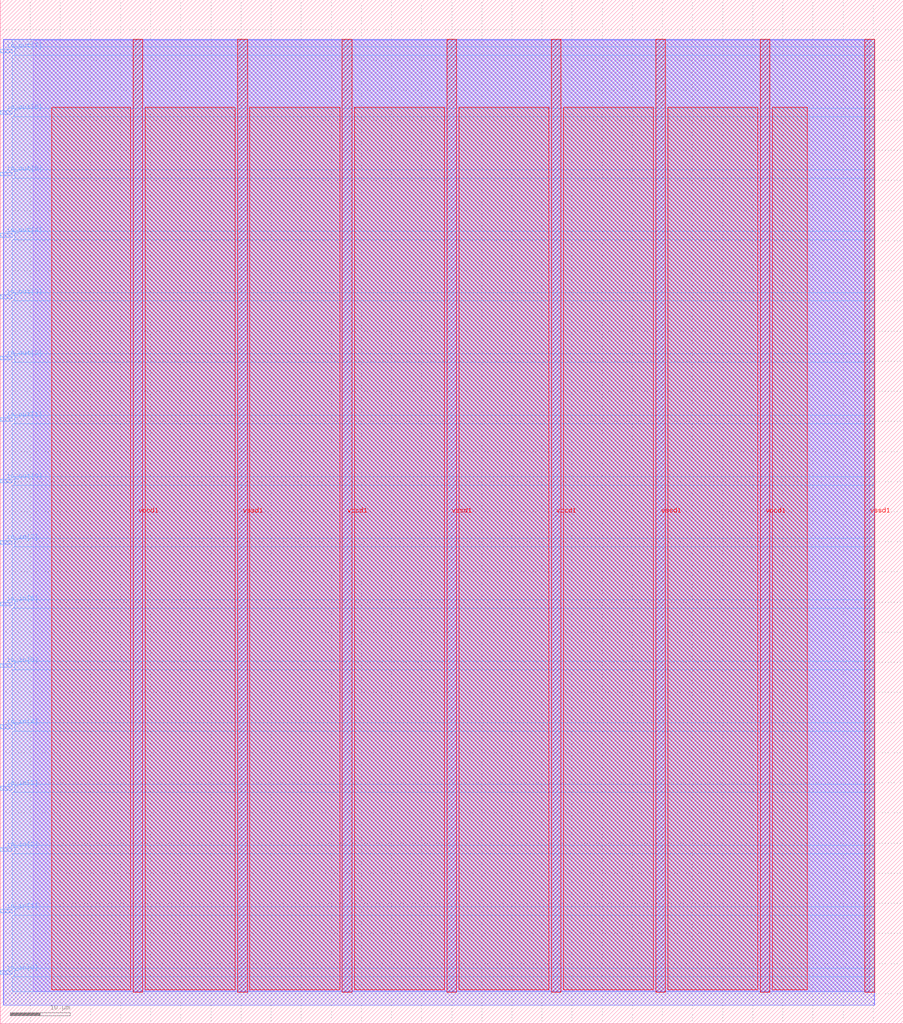
<source format=lef>
VERSION 5.7 ;
  NOWIREEXTENSIONATPIN ON ;
  DIVIDERCHAR "/" ;
  BUSBITCHARS "[]" ;
MACRO tiny_kinda_pic
  CLASS BLOCK ;
  FOREIGN tiny_kinda_pic ;
  ORIGIN 0.000 0.000 ;
  SIZE 150.000 BY 170.000 ;
  PIN io_in[0]
    DIRECTION INPUT ;
    USE SIGNAL ;
    PORT
      LAYER met3 ;
        RECT 0.000 8.200 2.000 8.800 ;
    END
  END io_in[0]
  PIN io_in[1]
    DIRECTION INPUT ;
    USE SIGNAL ;
    PORT
      LAYER met3 ;
        RECT 0.000 18.400 2.000 19.000 ;
    END
  END io_in[1]
  PIN io_in[2]
    DIRECTION INPUT ;
    USE SIGNAL ;
    PORT
      LAYER met3 ;
        RECT 0.000 28.600 2.000 29.200 ;
    END
  END io_in[2]
  PIN io_in[3]
    DIRECTION INPUT ;
    USE SIGNAL ;
    PORT
      LAYER met3 ;
        RECT 0.000 38.800 2.000 39.400 ;
    END
  END io_in[3]
  PIN io_in[4]
    DIRECTION INPUT ;
    USE SIGNAL ;
    PORT
      LAYER met3 ;
        RECT 0.000 49.000 2.000 49.600 ;
    END
  END io_in[4]
  PIN io_in[5]
    DIRECTION INPUT ;
    USE SIGNAL ;
    PORT
      LAYER met3 ;
        RECT 0.000 59.200 2.000 59.800 ;
    END
  END io_in[5]
  PIN io_in[6]
    DIRECTION INPUT ;
    USE SIGNAL ;
    PORT
      LAYER met3 ;
        RECT 0.000 69.400 2.000 70.000 ;
    END
  END io_in[6]
  PIN io_in[7]
    DIRECTION INPUT ;
    USE SIGNAL ;
    PORT
      LAYER met3 ;
        RECT 0.000 79.600 2.000 80.200 ;
    END
  END io_in[7]
  PIN io_out[0]
    DIRECTION OUTPUT TRISTATE ;
    USE SIGNAL ;
    PORT
      LAYER met3 ;
        RECT 0.000 89.800 2.000 90.400 ;
    END
  END io_out[0]
  PIN io_out[1]
    DIRECTION OUTPUT TRISTATE ;
    USE SIGNAL ;
    PORT
      LAYER met3 ;
        RECT 0.000 100.000 2.000 100.600 ;
    END
  END io_out[1]
  PIN io_out[2]
    DIRECTION OUTPUT TRISTATE ;
    USE SIGNAL ;
    PORT
      LAYER met3 ;
        RECT 0.000 110.200 2.000 110.800 ;
    END
  END io_out[2]
  PIN io_out[3]
    DIRECTION OUTPUT TRISTATE ;
    USE SIGNAL ;
    PORT
      LAYER met3 ;
        RECT 0.000 120.400 2.000 121.000 ;
    END
  END io_out[3]
  PIN io_out[4]
    DIRECTION OUTPUT TRISTATE ;
    USE SIGNAL ;
    PORT
      LAYER met3 ;
        RECT 0.000 130.600 2.000 131.200 ;
    END
  END io_out[4]
  PIN io_out[5]
    DIRECTION OUTPUT TRISTATE ;
    USE SIGNAL ;
    PORT
      LAYER met3 ;
        RECT 0.000 140.800 2.000 141.400 ;
    END
  END io_out[5]
  PIN io_out[6]
    DIRECTION OUTPUT TRISTATE ;
    USE SIGNAL ;
    PORT
      LAYER met3 ;
        RECT 0.000 151.000 2.000 151.600 ;
    END
  END io_out[6]
  PIN io_out[7]
    DIRECTION OUTPUT TRISTATE ;
    USE SIGNAL ;
    PORT
      LAYER met3 ;
        RECT 0.000 161.200 2.000 161.800 ;
    END
  END io_out[7]
  PIN vccd1
    DIRECTION INOUT ;
    USE POWER ;
    PORT
      LAYER met4 ;
        RECT 22.085 5.200 23.685 163.440 ;
    END
    PORT
      LAYER met4 ;
        RECT 56.815 5.200 58.415 163.440 ;
    END
    PORT
      LAYER met4 ;
        RECT 91.545 5.200 93.145 163.440 ;
    END
    PORT
      LAYER met4 ;
        RECT 126.275 5.200 127.875 163.440 ;
    END
  END vccd1
  PIN vssd1
    DIRECTION INOUT ;
    USE GROUND ;
    PORT
      LAYER met4 ;
        RECT 39.450 5.200 41.050 163.440 ;
    END
    PORT
      LAYER met4 ;
        RECT 74.180 5.200 75.780 163.440 ;
    END
    PORT
      LAYER met4 ;
        RECT 108.910 5.200 110.510 163.440 ;
    END
    PORT
      LAYER met4 ;
        RECT 143.640 5.200 145.240 163.440 ;
    END
  END vssd1
  OBS
      LAYER li1 ;
        RECT 5.520 5.355 144.440 163.285 ;
      LAYER met1 ;
        RECT 0.530 3.100 145.240 163.440 ;
      LAYER met2 ;
        RECT 0.560 3.070 145.210 163.385 ;
      LAYER met3 ;
        RECT 2.000 162.200 145.230 163.365 ;
        RECT 2.400 160.800 145.230 162.200 ;
        RECT 2.000 152.000 145.230 160.800 ;
        RECT 2.400 150.600 145.230 152.000 ;
        RECT 2.000 141.800 145.230 150.600 ;
        RECT 2.400 140.400 145.230 141.800 ;
        RECT 2.000 131.600 145.230 140.400 ;
        RECT 2.400 130.200 145.230 131.600 ;
        RECT 2.000 121.400 145.230 130.200 ;
        RECT 2.400 120.000 145.230 121.400 ;
        RECT 2.000 111.200 145.230 120.000 ;
        RECT 2.400 109.800 145.230 111.200 ;
        RECT 2.000 101.000 145.230 109.800 ;
        RECT 2.400 99.600 145.230 101.000 ;
        RECT 2.000 90.800 145.230 99.600 ;
        RECT 2.400 89.400 145.230 90.800 ;
        RECT 2.000 80.600 145.230 89.400 ;
        RECT 2.400 79.200 145.230 80.600 ;
        RECT 2.000 70.400 145.230 79.200 ;
        RECT 2.400 69.000 145.230 70.400 ;
        RECT 2.000 60.200 145.230 69.000 ;
        RECT 2.400 58.800 145.230 60.200 ;
        RECT 2.000 50.000 145.230 58.800 ;
        RECT 2.400 48.600 145.230 50.000 ;
        RECT 2.000 39.800 145.230 48.600 ;
        RECT 2.400 38.400 145.230 39.800 ;
        RECT 2.000 29.600 145.230 38.400 ;
        RECT 2.400 28.200 145.230 29.600 ;
        RECT 2.000 19.400 145.230 28.200 ;
        RECT 2.400 18.000 145.230 19.400 ;
        RECT 2.000 9.200 145.230 18.000 ;
        RECT 2.400 7.800 145.230 9.200 ;
        RECT 2.000 5.275 145.230 7.800 ;
      LAYER met4 ;
        RECT 8.575 5.615 21.685 152.145 ;
        RECT 24.085 5.615 39.050 152.145 ;
        RECT 41.450 5.615 56.415 152.145 ;
        RECT 58.815 5.615 73.780 152.145 ;
        RECT 76.180 5.615 91.145 152.145 ;
        RECT 93.545 5.615 108.510 152.145 ;
        RECT 110.910 5.615 125.875 152.145 ;
        RECT 128.275 5.615 134.025 152.145 ;
  END
END tiny_kinda_pic
END LIBRARY


</source>
